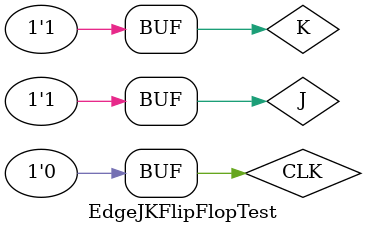
<source format=v>
`timescale 1ns / 1ps


module EdgeJKFlipFlopTest;

	// Inputs
	reg J;
	reg K;
	reg CLK;

	// Outputs
	wire Q;
	wire notQ;

	// Instantiate the Unit Under Test (UUT)
	EdgeJKFlipFlop uut (
		.J(J), 
		.K(K), 
		.CLK(CLK), 
		.Q(Q), 
		.notQ(notQ)
	);

	initial begin
		// Initialize Inputs
		J = 0;
		K = 0;
		CLK = 0;

		// Wait 100 ns for global reset to finish
		#100;
        
		// Add stimulus here
		
		// set 0
		J = 0; K = 1; CLK = 1; #100;
		CLK = 0; #100;
		
		// set 1
		J = 1; K = 0; CLK = 1; #100;
		CLK = 0; #100;
		
		// flip (twice)
		J = 1; K = 1; CLK = 1; #100;
		CLK = 0; #100;
		J = 1; K = 1; CLK = 1; #100;
		CLK = 0; #100;

	end
      
endmodule


</source>
